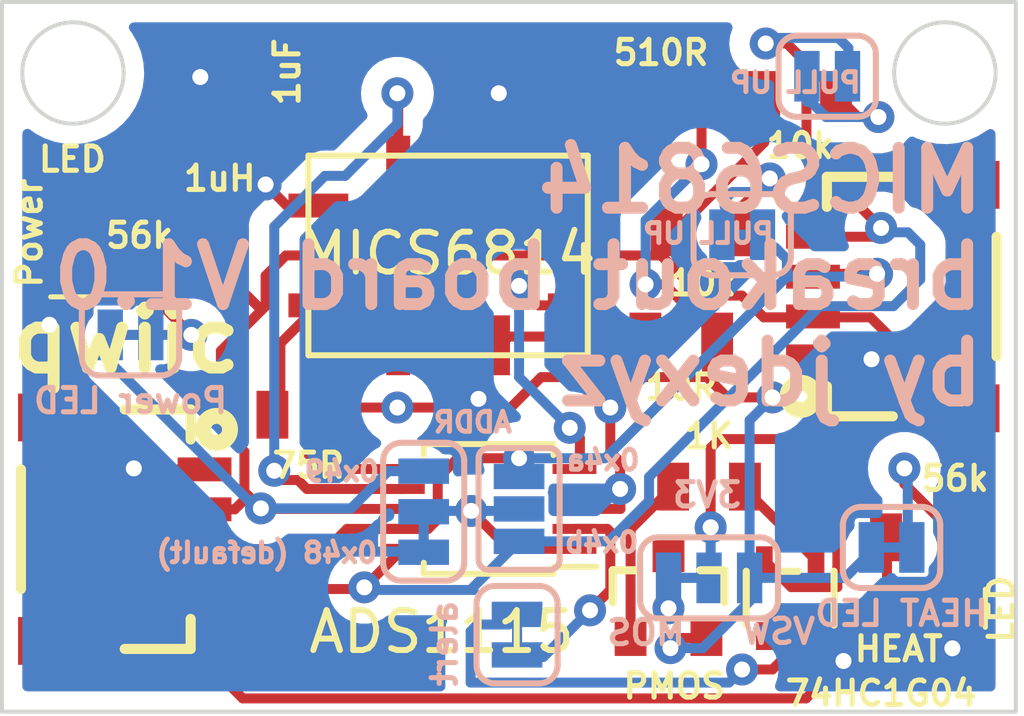
<source format=kicad_pcb>
(kicad_pcb (version 20211014) (generator pcbnew)
  (layers (0 "F.Cu" signal) (31 "B.Cu" signal) (34 "B.Paste" user) (35 "F.Paste" user) (36 "B.SilkS" user "B.Silkscreen") (37 "F.SilkS" user "F.Silkscreen") (38 "B.Mask" user) (39 "F.Mask" user) (44 "Edge.Cuts" user))
  (net 0 "")
  (net 1 "Net-(D1-PadA)")
  (net 2 "GND")
  (net 3 "+3V3")
  (net 4 "/SDA")
  (net 5 "/SCL")
  (net 6 "+VSW")
  (net 7 "Net-(R5-Pad1)")
  (net 8 "Net-(Q1-Pad1)")
  (net 9 "/ALERT")
  (net 10 "/NH3_R")
  (net 11 "/NO2_R")
  (net 12 "/CO_R")
  (net 13 "Net-(U2-Pad2)")
  (net 14 "Net-(Q1-Pad3)")
  (net 15 "Net-(IC1-PadC)")
  (net 16 "Net-(IC1-PadE)")
  (net 17 "Net-(IC1-PadK)")
  (net 18 "Net-(L1-Pad2)")
  (net 19 "Net-(R6-Pad1)")
  (net 20 "Net-(JP2-Pad1)")
  (net 21 "Net-(R6-Pad2)")
  (net 22 "/ADDR")
  (net 23 "Net-(JP7-Pad1)")
  (net 24 "Net-(JP8-Pad1)")
  (footprint "MICS-6814:MICS6814" (layer "F.Cu") (at 114.752 109.18 90)
    (fp_text reference "MICS6814" (at 2.55 -3.502) (layer "F.SilkS"))
    (fp_text value "MiCS-6814" hide)
    (fp_line (start 0 0) (end 0 -7) (layer "F.SilkS") (width 0.15))
    (fp_line (start 0 -7) (end 5 -7) (layer "F.SilkS") (width 0.15))
    (fp_line (start 5 0) (end 0 0) (layer "F.SilkS") (width 0.15))
    (fp_line (start 5 -7) (end 5 0) (layer "F.SilkS") (width 0.15))
    (pad "A" smd rect locked (at 0.25 -4.75 180) (size 0.6 1.5) (layers "F.Cu" "F.Paste" "F.Mask") (net 11 "/NO2_R"))
    (pad "B" smd rect locked (at 0.25 -3.5 180) (size 0.6 1.5) (layers "F.Cu" "F.Paste" "F.Mask") (net 2 "GND"))
    (pad "C" smd rect locked (at 0.25 -2.25 180) (size 0.6 1.5) (layers "F.Cu" "F.Paste" "F.Mask") (net 15 "Net-(IC1-PadC)"))
    (pad "D" smd rect locked (at 1.25 -0.25 90) (size 0.6 1.5) (layers "F.Cu" "F.Paste" "F.Mask") (net 10 "/NH3_R"))
    (pad "E" smd rect locked (at 4 -0.25 90) (size 0.6 1.5) (layers "F.Cu" "F.Paste" "F.Mask") (net 16 "Net-(IC1-PadE)"))
    (pad "F" smd rect locked (at 4.75 -2.25 180) (size 0.6 1.5) (layers "F.Cu" "F.Paste" "F.Mask") (net 2 "GND"))
    (pad "G" smd rect locked (at 4.75 -3.5 180) (size 0.6 1.5) (layers "F.Cu" "F.Paste" "F.Mask") (net 16 "Net-(IC1-PadE)"))
    (pad "H" smd rect locked (at 4.75 -4.75 180) (size 0.6 1.5) (layers "F.Cu" "F.Paste" "F.Mask") (net 12 "/CO_R"))
    (pad "J" smd rect locked (at 3.75 -6.75 90) (size 0.6 1.5) (layers "F.Cu" "F.Paste" "F.Mask") (net 2 "GND"))
    (pad "K" smd rect locked (at 1.25 -6.75 90) (size 0.6 1.5) (layers "F.Cu" "F.Paste" "F.Mask") (net 17 "Net-(IC1-PadK)"))
  )
  (footprint "Sparkfun-Resistors:0805" (layer "F.Cu") (at 123.12396 113.7412)
    (fp_text reference "R6" hide)
    (fp_text value "56k" (at 0.82804 -1.4732) (layer "F.SilkS") (effects (font (size 0.6096 0.6096) (thickness 0.127))))
    (pad "1" smd rect locked (at -0.89916 0) (size 0.79756 1.19888) (layers "F.Cu" "F.Paste" "F.Mask") (net 19 "Net-(R6-Pad1)"))
    (pad "2" smd rect locked (at 0.89916 0) (size 0.79756 1.19888) (layers "F.Cu" "F.Paste" "F.Mask") (net 21 "Net-(R6-Pad2)"))
  )
  (footprint "Sparkfun-Resistors:0805" (layer "F.Cu") (at 105.48 104.76 90)
    (fp_text reference "1uH" (at 0.01 0.05 180) (layer "F.SilkS") (effects (font (size 0.6096 0.6096) (thickness 0.127))))
    (fp_text value "INDUCTOR-0805-3.3UH" hide)
    (pad "1" smd rect locked (at -0.89916 0 90) (size 0.79756 1.19888) (layers "F.Cu" "F.Paste" "F.Mask") (net 3 "+3V3"))
    (pad "2" smd rect locked (at 0.89916 0 90) (size 0.79756 1.19888) (layers "F.Cu" "F.Paste" "F.Mask") (net 18 "Net-(L1-Pad2)"))
  )
  (footprint "Sparkfun-Resistors:0805" (layer "F.Cu") (at 103.55 106.13 -90)
    (fp_text reference "R1" hide)
    (fp_text value "56k" (at 0.05 0.03) (layer "F.SilkS") (effects (font (size 0.6096 0.6096) (thickness 0.127))))
    (pad "1" smd rect locked (at -0.89916 0 270) (size 0.79756 1.19888) (layers "F.Cu" "F.Paste" "F.Mask") (net 1 "Net-(D1-PadA)"))
    (pad "2" smd rect locked (at 0.89916 0 270) (size 0.79756 1.19888) (layers "F.Cu" "F.Paste" "F.Mask") (net 20 "Net-(JP2-Pad1)"))
  )
  (footprint "Sparkfun-Connectors:1X04_1MM_RA" (layer "F.Cu") (at 120.393715 107.71 90)
    (fp_text reference "J1" hide)
    (fp_text value "QWIIC_CONNECTORJS-1MM" hide)
    (fp_line (start 2.99974 0.34798) (end 2.99974 1.99898) (layer "F.SilkS") (width 0.254))
    (fp_line (start -2.99974 0.34798) (end -2.2479 0.34798) (layer "F.SilkS") (width 0.254))
    (fp_line (start -2.99974 1.99898) (end -2.99974 0.34798) (layer "F.SilkS") (width 0.254))
    (fp_line (start 2.2479 0.34798) (end 2.99974 0.34798) (layer "F.SilkS") (width 0.254))
    (fp_line (start -1.4986 4.59994) (end 1.4986 4.59994) (layer "F.SilkS") (width 0.254))
    (fp_circle (center -2.49936 -0.29972) (end -2.49936 -0.43942) (layer "F.SilkS") (width 0.39878) (fill none))
    (pad "1" smd rect locked (at -1.4986 0 90) (size 0.59944 1.34874) (layers "F.Cu" "F.Paste" "F.Mask") (net 2 "GND"))
    (pad "2" smd rect locked (at -0.49784 0 90) (size 0.59944 1.34874) (layers "F.Cu" "F.Paste" "F.Mask") (net 3 "+3V3"))
    (pad "3" smd rect locked (at 0.49784 0 90) (size 0.59944 1.34874) (layers "F.Cu" "F.Paste" "F.Mask") (net 4 "/SDA"))
    (pad "4" smd rect locked (at 1.4986 0 90) (size 0.59944 1.34874) (layers "F.Cu" "F.Paste" "F.Mask") (net 5 "/SCL"))
    (pad "NC1" smd rect locked (at 2.79908 3.67284 90) (size 1.19888 1.99898) (layers "F.Cu" "F.Paste" "F.Mask"))
    (pad "NC2" smd rect locked (at -2.79908 3.67284 90) (size 1.19888 1.99898) (layers "F.Cu" "F.Paste" "F.Mask"))
  )
  (footprint "Sparkfun-Resistors:0805" (layer "F.Cu") (at 107.75 110.67)
    (fp_text reference "R4" hide)
    (fp_text value "75R" (at 0 1.27) (layer "F.SilkS") (effects (font (size 0.6096 0.6096) (thickness 0.127))))
    (pad "1" smd rect locked (at -0.89916 0) (size 0.79756 1.19888) (layers "F.Cu" "F.Paste" "F.Mask") (net 17 "Net-(IC1-PadK)"))
    (pad "2" smd rect locked (at 0.89916 0) (size 0.79756 1.19888) (layers "F.Cu" "F.Paste" "F.Mask") (net 6 "+VSW"))
  )
  (footprint "Package_SO:TSSOP-10_3x3mm_P0.5mm" (layer "F.Cu") (at 112.268 113.03 180)
    (fp_text reference "U1" hide)
    (fp_text value "ADS1115" (at 1.178 -3.08) (layer "F.SilkS"))
    (fp_line (start -1.625 1.625) (end 1.625 1.625) (layer "F.SilkS") (width 0.15))
    (fp_line (start -1.625 -1.625) (end -1.625 -1.45) (layer "F.SilkS") (width 0.15))
    (fp_line (start -1.625 -1.45) (end -2.7 -1.45) (layer "F.SilkS") (width 0.15))
    (fp_line (start -1.625 -1.625) (end 1.625 -1.625) (layer "F.SilkS") (width 0.15))
    (fp_line (start 1.625 1.625) (end 1.625 1.35) (layer "F.SilkS") (width 0.15))
    (fp_line (start -1.625 1.625) (end -1.625 1.35) (layer "F.SilkS") (width 0.15))
    (fp_line (start 1.625 -1.625) (end 1.625 -1.35) (layer "F.SilkS") (width 0.15))
    (pad "1" smd rect (at -2.15 -1 180) (size 1.1 0.25) (layers "F.Cu" "F.Paste" "F.Mask") (net 22 "/ADDR"))
    (pad "2" smd rect (at -2.15 -0.5 180) (size 1.1 0.25) (layers "F.Cu" "F.Paste" "F.Mask") (net 9 "/ALERT"))
    (pad "3" smd rect (at -2.15 0 180) (size 1.1 0.25) (layers "F.Cu" "F.Paste" "F.Mask") (net 2 "GND"))
    (pad "4" smd rect (at -2.15 0.5 180) (size 1.1 0.25) (layers "F.Cu" "F.Paste" "F.Mask") (net 2 "GND"))
    (pad "5" smd rect (at -2.15 1 180) (size 1.1 0.25) (layers "F.Cu" "F.Paste" "F.Mask") (net 10 "/NH3_R"))
    (pad "6" smd rect (at 2.15 1 180) (size 1.1 0.25) (layers "F.Cu" "F.Paste" "F.Mask") (net 11 "/NO2_R"))
    (pad "7" smd rect (at 2.15 0.5 180) (size 1.1 0.25) (layers "F.Cu" "F.Paste" "F.Mask") (net 12 "/CO_R"))
    (pad "8" smd rect (at 2.15 0 180) (size 1.1 0.25) (layers "F.Cu" "F.Paste" "F.Mask") (net 3 "+3V3"))
    (pad "9" smd rect (at 2.15 -0.5 180) (size 1.1 0.25) (layers "F.Cu" "F.Paste" "F.Mask") (net 4 "/SDA"))
    (pad "10" smd rect (at 2.15 -1 180) (size 1.1 0.25) (layers "F.Cu" "F.Paste" "F.Mask") (net 5 "/SCL"))
  )
  (footprint "Sparkfun-Resistors:0805" (layer "F.Cu") (at 116.586 102.87 180)
    (fp_text reference "R2" hide)
    (fp_text value "510R" (at 0 1.27) (layer "F.SilkS") (effects (font (size 0.6096 0.6096) (thickness 0.127))))
    (pad "1" smd rect locked (at -0.89916 0 180) (size 0.79756 1.19888) (layers "F.Cu" "F.Paste" "F.Mask") (net 6 "+VSW"))
    (pad "2" smd rect locked (at 0.89916 0 180) (size 0.79756 1.19888) (layers "F.Cu" "F.Paste" "F.Mask") (net 16 "Net-(IC1-PadE)"))
  )
  (footprint "Sparkfun-LED:LED-0603" (layer "F.Cu") (at 123.12396 115.5192)
    (fp_text reference "D2" hide)
    (fp_text value "LED-RED1206" hide)
    (fp_line (start 1.5875 -0.47498) (end 1.5875 0.47498) (layer "F.SilkS") (width 0.127))
    (pad "A" smd rect locked (at -0.8763 0 270) (size 0.99822 0.99822) (layers "F.Cu" "F.Paste" "F.Mask") (net 19 "Net-(R6-Pad1)"))
    (pad "C" smd rect locked (at 0.8763 0 270) (size 0.99822 0.99822) (layers "F.Cu" "F.Paste" "F.Mask") (net 2 "GND"))
  )
  (footprint "Sparkfun-Resistors:0805" (layer "F.Cu") (at 117.094 108.712)
    (fp_text reference "R3" hide)
    (fp_text value "10R" (at 0 1.27) (layer "F.SilkS") (effects (font (size 0.6096 0.6096) (thickness 0.127))))
    (pad "1" smd rect locked (at -0.89916 0) (size 0.79756 1.19888) (layers "F.Cu" "F.Paste" "F.Mask") (net 15 "Net-(IC1-PadC)"))
    (pad "2" smd rect locked (at 0.89916 0) (size 0.79756 1.19888) (layers "F.Cu" "F.Paste" "F.Mask") (net 6 "+VSW"))
  )
  (footprint "Sparkfun-Silicon-Standard:SOT353" (layer "F.Cu") (at 119.82196 115.2652)
    (fp_text reference "U2" hide)
    (fp_text value "74HC1G04" (at 2.27804 2.3848 180) (layer "F.SilkS") (effects (font (size 0.6096 0.6096) (thickness 0.127))))
    (fp_line (start -1.09982 0.6731) (end -1.09982 -0.6731) (layer "F.SilkS") (width 0.1778))
    (fp_line (start 1.09982 -0.6731) (end 1.09982 0.6731) (layer "F.SilkS") (width 0.1778))
    (fp_line (start -0.19812 -0.6731) (end 0.19812 -0.6731) (layer "F.SilkS") (width 0.1778))
    (pad "1" smd rect locked (at -0.6477 0.94996) (size 0.4191 0.6985) (layers "F.Cu" "F.Paste" "F.Mask"))
    (pad "2" smd rect locked (at 0 0.94996) (size 0.4191 0.6985) (layers "F.Cu" "F.Paste" "F.Mask") (net 13 "Net-(U2-Pad2)"))
    (pad "3" smd rect locked (at 0.6477 0.94996) (size 0.4191 0.6985) (layers "F.Cu" "F.Paste" "F.Mask") (net 2 "GND"))
    (pad "4" smd rect locked (at 0.6477 -0.94996) (size 0.4191 0.6985) (layers "F.Cu" "F.Paste" "F.Mask") (net 7 "Net-(R5-Pad1)"))
    (pad "5" smd rect locked (at -0.6477 -0.94996) (size 0.4191 0.6985) (layers "F.Cu" "F.Paste" "F.Mask") (net 3 "+3V3"))
  )
  (footprint "Sparkfun-Resistors:0805" (layer "F.Cu") (at 120.07 102.66)
    (fp_text reference "R7" hide)
    (fp_text value "10k" (at 0 1.27) (layer "F.SilkS") (effects (font (size 0.6096 0.6096) (thickness 0.127))))
    (pad "1" smd rect locked (at -0.89916 0) (size 0.79756 1.19888) (layers "F.Cu" "F.Paste" "F.Mask") (net 3 "+3V3"))
    (pad "2" smd rect locked (at 0.89916 0) (size 0.79756 1.19888) (layers "F.Cu" "F.Paste" "F.Mask") (net 23 "Net-(JP7-Pad1)"))
  )
  (footprint "Sparkfun-LED:LED-0603" (layer "F.Cu") (at 101.772 106.13 -90)
    (fp_text reference "D1" hide)
    (fp_text value "Power" (at -0.01 1.012 -90) (layer "F.SilkS") (effects (font (size 0.6096 0.6096) (thickness 0.127))))
    (fp_line (start 1.5875 -0.47498) (end 1.5875 0.47498) (layer "F.SilkS") (width 0.127))
    (pad "A" smd rect locked (at -0.8763 0 180) (size 0.99822 0.99822) (layers "F.Cu" "F.Paste" "F.Mask") (net 1 "Net-(D1-PadA)"))
    (pad "C" smd rect locked (at 0.8763 0 180) (size 0.99822 0.99822) (layers "F.Cu" "F.Paste" "F.Mask") (net 2 "GND"))
  )
  (footprint "Sparkfun-Connectors:1X04_1MM_RA" (layer "F.Cu") (at 105.150285 113.538 -90)
    (fp_text reference "J2" hide)
    (fp_text value "QWIIC_CONNECTORJS-1MM" hide)
    (fp_line (start -1.4986 4.59994) (end 1.4986 4.59994) (layer "F.SilkS") (width 0.254))
    (fp_line (start 2.99974 0.34798) (end 2.99974 1.99898) (layer "F.SilkS") (width 0.254))
    (fp_line (start 2.2479 0.34798) (end 2.99974 0.34798) (layer "F.SilkS") (width 0.254))
    (fp_line (start -2.99974 1.99898) (end -2.99974 0.34798) (layer "F.SilkS") (width 0.254))
    (fp_line (start -2.99974 0.34798) (end -2.2479 0.34798) (layer "F.SilkS") (width 0.254))
    (fp_circle (center -2.49936 -0.29972) (end -2.49936 -0.43942) (layer "F.SilkS") (width 0.39878) (fill none))
    (pad "1" smd rect locked (at -1.4986 0 270) (size 0.59944 1.34874) (layers "F.Cu" "F.Paste" "F.Mask") (net 2 "GND"))
    (pad "2" smd rect locked (at -0.49784 0 270) (size 0.59944 1.34874) (layers "F.Cu" "F.Paste" "F.Mask") (net 3 "+3V3"))
    (pad "3" smd rect locked (at 0.49784 0 270) (size 0.59944 1.34874) (layers "F.Cu" "F.Paste" "F.Mask") (net 4 "/SDA"))
    (pad "4" smd rect locked (at 1.4986 0 270) (size 0.59944 1.34874) (layers "F.Cu" "F.Paste" "F.Mask") (net 5 "/SCL"))
    (pad "NC1" smd rect locked (at 2.79908 3.67284 270) (size 1.19888 1.99898) (layers "F.Cu" "F.Paste" "F.Mask"))
    (pad "NC2" smd rect locked (at -2.79908 3.67284 270) (size 1.19888 1.99898) (layers "F.Cu" "F.Paste" "F.Mask"))
  )
  (footprint "Sparkfun-Silicon-Standard:SOT23-3" (layer "F.Cu") (at 116.77396 115.2652)
    (fp_text reference "Q1" hide)
    (fp_text value "MOSFET_PCH-DMG2307L" hide)
    (fp_line (start 1.39954 -0.6985) (end 1.39954 0.09906) (layer "F.SilkS") (width 0.2032))
    (fp_line (start -0.79756 -0.6985) (end -1.39954 -0.6985) (layer "F.SilkS") (width 0.2032))
    (fp_line (start 0.79756 -0.6985) (end 1.39954 -0.6985) (layer "F.SilkS") (width 0.2032))
    (fp_line (start -1.39954 -0.6985) (end -1.39954 0.09906) (layer "F.SilkS") (width 0.2032))
    (pad "1" smd rect locked (at -0.94996 0.99822) (size 0.79756 0.89916) (layers "F.Cu" "F.Paste" "F.Mask") (net 8 "Net-(Q1-Pad1)"))
    (pad "2" smd rect locked (at 0.94996 0.99822) (size 0.79756 0.89916) (layers "F.Cu" "F.Paste" "F.Mask") (net 6 "+VSW"))
    (pad "3" smd rect locked (at 0 -1.09982) (size 0.79756 0.89916) (layers "F.Cu" "F.Paste" "F.Mask") (net 14 "Net-(Q1-Pad3)"))
  )
  (footprint "Sparkfun-Resistors:0805" (layer "F.Cu") (at 117.78996 112.4712 180)
    (fp_text reference "R5" hide)
    (fp_text value "1K" (at 0 1.27) (layer "F.SilkS") (effects (font (size 0.6096 0.6096) (thickness 0.127))))
    (pad "1" smd rect locked (at -0.89916 0 180) (size 0.79756 1.19888) (layers "F.Cu" "F.Paste" "F.Mask") (net 7 "Net-(R5-Pad1)"))
    (pad "2" smd rect locked (at 0.89916 0 180) (size 0.79756 1.19888) (layers "F.Cu" "F.Paste" "F.Mask") (net 8 "Net-(Q1-Pad1)"))
  )
  (footprint "Sparkfun-Resistors:0805" (layer "F.Cu") (at 107.15 102.17 180)
    (fp_text reference "1uF" (at -0.07 0.09 270) (layer "F.SilkS") (effects (font (size 0.6096 0.6096) (thickness 0.127))))
    (fp_text value "1.0UF-0805-25V-10%" hide)
    (pad "1" smd rect locked (at -0.89916 0 180) (size 0.79756 1.19888) (layers "F.Cu" "F.Paste" "F.Mask") (net 18 "Net-(L1-Pad2)"))
    (pad "2" smd rect locked (at 0.89916 0 180) (size 0.79756 1.19888) (layers "F.Cu" "F.Paste" "F.Mask") (net 2 "GND"))
  )
  (footprint "Sparkfun-Resistors:0805" (layer "F.Cu") (at 117.63 106.1)
    (fp_text reference "R8" hide)
    (fp_text value "10k" (at 0 1.27) (layer "F.SilkS") (effects (font (size 0.6096 0.6096) (thickness 0.127))))
    (pad "1" smd rect locked (at -0.89916 0) (size 0.79756 1.19888) (layers "F.Cu" "F.Paste" "F.Mask") (net 3 "+3V3"))
    (pad "2" smd rect locked (at 0.89916 0) (size 0.79756 1.19888) (layers "F.Cu" "F.Paste" "F.Mask") (net 24 "Net-(JP8-Pad1)"))
  )
  (footprint "Sparkfun-Jumpers:SMT-JUMPER_3_1-NC_TRACE_SILK" (layer "B.Cu") (at 110.64 113.1 -90)
    (fp_text reference "JP1" hide)
    (fp_text value "ADDR1" hide)
    (fp_line (start 0 0) (end 1.016 0) (layer "B.Cu") (width 0.254))
    (fp_line (start 1.7272 -0.5588) (end 1.7272 0.5588) (layer "B.SilkS") (width 0.1524))
    (fp_line (start -1.7272 -0.5588) (end -1.7272 0.5588) (layer "B.SilkS") (width 0.1524))
    (fp_line (start -1.27 1.016) (end 1.27 1.016) (layer "B.SilkS") (width 0.1524))
    (fp_line (start 1.27 -1.016) (end -1.27 -1.016) (layer "B.SilkS") (width 0.1524))
    (fp_arc (start 1.27 -1.016) (mid 1.593289 -0.882089) (end 1.7272 -0.5588) (layer "B.SilkS") (width 0.1524))
    (fp_arc (start -1.27 1.016) (mid -1.593289 0.882089) (end -1.7272 0.5588) (layer "B.SilkS") (width 0.1524))
    (fp_arc (start -1.7272 -0.5588) (mid -1.593289 -0.882089) (end -1.27 -1.016) (layer "B.SilkS") (width 0.1524))
    (fp_arc (start 1.7272 0.5588) (mid 1.593289 0.882089) (end 1.27 1.016) (layer "B.SilkS") (width 0.1524))
    (pad "1" smd rect locked (at -1.016 0 270) (size 0.635 1.27) (layers "B.Cu" "B.Mask") (net 3 "+3V3"))
    (pad "2" smd rect locked (at 0 0 270) (size 0.635 1.27) (layers "B.Cu" "B.Mask") (net 22 "/ADDR"))
    (pad "3" smd rect (at 1.016 0 270) (size 0.635 1.27) (layers "B.Cu" "B.Mask") (net 2 "GND"))
  )
  (footprint "Sparkfun-Jumpers:SMT-JUMPER_2_NC_TRACE_SILK" (layer "B.Cu") (at 118.62 106.16)
    (fp_text reference "JP8" hide)
    (fp_text value "PULL UP SCL" hide)
    (fp_line (start -0.508 0) (end 0.508 0) (layer "B.Cu") (width 0.254))
    (fp_line (start -0.762 1.016) (end 0.762 1.016) (layer "B.SilkS") (width 0.1524))
    (fp_line (start -1.2192 -0.5588) (end -1.2192 0.5588) (layer "B.SilkS") (width 0.1524))
    (fp_line (start 0.762 -1.016) (end -0.762 -1.016) (layer "B.SilkS") (width 0.1524))
    (fp_line (start 1.2192 -0.5588) (end 1.2192 0.5588) (layer "B.SilkS") (width 0.1524))
    (fp_arc (start 1.2192 0.5588) (mid 1.085289 0.882089) (end 0.762 1.016) (layer "B.SilkS") (width 0.1524))
    (fp_arc (start -0.762 1.016) (mid -1.085289 0.882089) (end -1.2192 0.5588) (layer "B.SilkS") (width 0.1524))
    (fp_arc (start -1.2192 -0.5588) (mid -1.085289 -0.882089) (end -0.762 -1.016) (layer "B.SilkS") (width 0.1524))
    (fp_arc (start 0.762 -1.016) (mid 1.085289 -0.882089) (end 1.2192 -0.5588) (layer "B.SilkS") (width 0.1524))
    (pad "1" smd rect locked (at -0.508 0) (size 0.635 1.27) (layers "B.Cu" "B.Mask") (net 24 "Net-(JP8-Pad1)"))
    (pad "2" smd rect locked (at 0.508 0) (size 0.635 1.27) (layers "B.Cu" "B.Mask") (net 4 "/SDA"))
  )
  (footprint "Sparkfun-Jumpers:SMT-JUMPER_3_NO_SILK" (layer "B.Cu") (at 113.03 113.03 90)
    (fp_text reference "JP3" hide)
    (fp_text value "ADDR2" hide)
    (fp_line (start -1.27 1.016) (end 1.27 1.016) (layer "B.SilkS") (width 0.1524))
    (fp_line (start 1.27 -1.016) (end -1.27 -1.016) (layer "B.SilkS") (width 0.1524))
    (fp_line (start 1.524 -0.762) (end 1.524 0.762) (layer "B.SilkS") (width 0.1524))
    (fp_line (start -1.524 -0.762) (end -1.524 0.762) (layer "B.SilkS") (width 0.1524))
    (fp_arc (start -1.524 -0.762) (mid -1.449605 -0.941605) (end -1.27 -1.016) (layer "B.SilkS") (width 0.1524))
    (fp_arc (start 1.524 0.762) (mid 1.449605 0.941605) (end 1.27 1.016) (layer "B.SilkS") (width 0.1524))
    (fp_arc (start 1.27 -1.016) (mid 1.449605 -0.941605) (end 1.524 -0.762) (layer "B.SilkS") (width 0.1524))
    (fp_arc (start -1.27 1.016) (mid -1.449605 0.941605) (end -1.524 0.762) (layer "B.SilkS") (width 0.1524))
    (pad "1" smd rect locked (at -0.8128 0 90) (size 0.635 1.27) (layers "B.Cu" "B.Mask") (net 5 "/SCL"))
    (pad "2" smd rect locked (at 0 0 90) (size 0.635 1.27) (layers "B.Cu" "B.Mask") (net 22 "/ADDR"))
    (pad "3" smd rect locked (at 0.8128 0 90) (size 0.635 1.27) (layers "B.Cu" "B.Mask") (net 4 "/SDA"))
  )
  (footprint "Sparkfun-Jumpers:SMT-JUMPER_2_NC_TRACE_SILK" (layer "B.Cu") (at 122.36196 113.9952 180)
    (fp_text reference "JP4" hide)
    (fp_text value "HEAT LED" (at -0.24804 -1.6548) (layer "B.SilkS") (effects (font (size 0.6096 0.6096) (thickness 0.127)) (justify mirror)))
    (fp_line (start -0.508 0) (end 0.508 0) (layer "B.Cu") (width 0.254))
    (fp_line (start 1.2192 -0.5588) (end 1.2192 0.5588) (layer "B.SilkS") (width 0.1524))
    (fp_line (start -0.762 1.016) (end 0.762 1.016) (layer "B.SilkS") (width 0.1524))
    (fp_line (start -1.2192 -0.5588) (end -1.2192 0.5588) (layer "B.SilkS") (width 0.1524))
    (fp_line (start 0.762 -1.016) (end -0.762 -1.016) (layer "B.SilkS") (width 0.1524))
    (fp_arc (start 0.762 -1.016) (mid 1.085289 -0.882089) (end 1.2192 -0.5588) (layer "B.SilkS") (width 0.1524))
    (fp_arc (start 1.2192 0.5588) (mid 1.085289 0.882089) (end 0.762 1.016) (layer "B.SilkS") (width 0.1524))
    (fp_arc (start -1.2192 -0.5588) (mid -1.085289 -0.882089) (end -0.762 -1.016) (layer "B.SilkS") (width 0.1524))
    (fp_arc (start -0.762 1.016) (mid -1.085289 0.882089) (end -1.2192 0.5588) (layer "B.SilkS") (width 0.1524))
    (pad "1" smd rect locked (at -0.508 0 180) (size 0.635 1.27) (layers "B.Cu" "B.Mask") (net 21 "Net-(R6-Pad2)"))
    (pad "2" smd rect locked (at 0.508 0 180) (size 0.635 1.27) (layers "B.Cu" "B.Mask") (net 6 "+VSW"))
  )
  (footprint "Sparkfun-Jumpers:SMT-JUMPER_2_NC_TRACE_SILK" (layer "B.Cu") (at 120.75 102.19)
    (fp_text reference "JP7" hide)
    (fp_text value "PULL UP SDA" hide)
    (fp_line (start -0.508 0) (end 0.508 0) (layer "B.Cu") (width 0.254))
    (fp_line (start 0.762 -1.016) (end -0.762 -1.016) (layer "B.SilkS") (width 0.1524))
    (fp_line (start 1.2192 -0.5588) (end 1.2192 0.5588) (layer "B.SilkS") (width 0.1524))
    (fp_line (start -0.762 1.016) (end 0.762 1.016) (layer "B.SilkS") (width 0.1524))
    (fp_line (start -1.2192 -0.5588) (end -1.2192 0.5588) (layer "B.SilkS") (width 0.1524))
    (fp_arc (start -1.2192 -0.5588) (mid -1.085289 -0.882089) (end -0.762 -1.016) (layer "B.SilkS") (width 0.1524))
    (fp_arc (start 0.762 -1.016) (mid 1.085289 -0.882089) (end 1.2192 -0.5588) (layer "B.SilkS") (width 0.1524))
    (fp_arc (start 1.2192 0.5588) (mid 1.085289 0.882089) (end 0.762 1.016) (layer "B.SilkS") (width 0.1524))
    (fp_arc (start -0.762 1.016) (mid -1.085289 0.882089) (end -1.2192 0.5588) (layer "B.SilkS") (width 0.1524))
    (pad "1" smd rect locked (at -0.508 0) (size 0.635 1.27) (layers "B.Cu" "B.Mask") (net 23 "Net-(JP7-Pad1)"))
    (pad "2" smd rect locked (at 0.508 0) (size 0.635 1.27) (layers "B.Cu" "B.Mask") (net 5 "/SCL"))
  )
  (footprint "Sparkfun-Jumpers:SMT-JUMPER_2_NC_TRACE_SILK" (layer "B.Cu") (at 112.98 116.18 -90)
    (fp_text reference "JP5" hide)
    (fp_text value "alert" (at 0.22 1.82 90) (layer "B.SilkS") (effects (font (size 0.6096 0.6096) (thickness 0.127)) (justify mirror)))
    (fp_line (start -0.508 0) (end 0.508 0) (layer "B.Cu") (width 0.254))
    (fp_line (start -0.762 1.016) (end 0.762 1.016) (layer "B.SilkS") (width 0.1524))
    (fp_line (start 1.2192 -0.5588) (end 1.2192 0.5588) (layer "B.SilkS") (width 0.1524))
    (fp_line (start -1.2192 -0.5588) (end -1.2192 0.5588) (layer "B.SilkS") (width 0.1524))
    (fp_line (start 0.762 -1.016) (end -0.762 -1.016) (layer "B.SilkS") (width 0.1524))
    (fp_arc (start 0.762 -1.016) (mid 1.085289 -0.882089) (end 1.2192 -0.5588) (layer "B.SilkS") (width 0.1524))
    (fp_arc (start -1.2192 -0.5588) (mid -1.085289 -0.882089) (end -0.762 -1.016) (layer "B.SilkS") (width 0.1524))
    (fp_arc (start 1.2192 0.5588) (mid 1.085289 0.882089) (end 0.762 1.016) (layer "B.SilkS") (width 0.1524))
    (fp_arc (start -0.762 1.016) (mid -1.085289 0.882089) (end -1.2192 0.5588) (layer "B.SilkS") (width 0.1524))
    (pad "1" smd rect locked (at -0.508 0 270) (size 0.635 1.27) (layers "B.Cu" "B.Mask") (net 13 "Net-(U2-Pad2)"))
    (pad "2" smd rect locked (at 0.508 0 270) (size 0.635 1.27) (layers "B.Cu" "B.Mask") (net 9 "/ALERT"))
  )
  (footprint "Sparkfun-Jumpers:SMT-JUMPER_3_1-NC_TRACE_SILK" (layer "B.Cu") (at 117.78996 114.7572 180)
    (fp_text reference "JP6" hide)
    (fp_text value "VSW" (at -1.74004 -1.3428) (layer "B.SilkS") (effects (font (size 0.6096 0.6096) (thickness 0.127)) (justify mirror)))
    (fp_line (start 0 0) (end 1.016 0) (layer "B.Cu") (width 0.254))
    (fp_line (start 1.7272 -0.5588) (end 1.7272 0.5588) (layer "B.SilkS") (width 0.1524))
    (fp_line (start -1.27 1.016) (end 1.27 1.016) (layer "B.SilkS") (width 0.1524))
    (fp_line (start -1.7272 -0.5588) (end -1.7272 0.5588) (layer "B.SilkS") (width 0.1524))
    (fp_line (start 1.27 -1.016) (end -1.27 -1.016) (layer "B.SilkS") (width 0.1524))
    (fp_arc (start 1.27 -1.016) (mid 1.593289 -0.882089) (end 1.7272 -0.5588) (layer "B.SilkS") (width 0.1524))
    (fp_arc (start 1.7272 0.5588) (mid 1.593289 0.882089) (end 1.27 1.016) (layer "B.SilkS") (width 0.1524))
    (fp_arc (start -1.27 1.016) (mid -1.593289 0.882089) (end -1.7272 0.5588) (layer "B.SilkS") (width 0.1524))
    (fp_arc (start -1.7272 -0.5588) (mid -1.593289 -0.882089) (end -1.27 -1.016) (layer "B.SilkS") (width 0.1524))
    (pad "1" smd rect locked (at -1.016 0 180) (size 0.635 1.27) (layers "B.Cu" "B.Mask") (net 6 "+VSW"))
    (pad "2" smd rect locked (at 0 0 180) (size 0.635 1.27) (layers "B.Cu" "B.Mask") (net 3 "+3V3"))
    (pad "3" smd rect locked (at 1.016 0 180) (size 0.635 1.27) (layers "B.Cu" "B.Mask") (net 14 "Net-(Q1-Pad3)"))
  )
  (footprint "Sparkfun-Jumpers:SMT-JUMPER_2_NC_TRACE_SILK" (layer "B.Cu") (at 103.296 108.67 180)
    (fp_text reference "JP2" hide)
    (fp_text value "Power LED" (at 0 -1.651) (layer "B.SilkS") (effects (font (size 0.6096 0.6096) (thickness 0.127)) (justify mirror)))
    (fp_line (start -0.508 0) (end 0.508 0) (layer "B.Cu") (width 0.254))
    (fp_line (start -1.2192 -0.5588) (end -1.2192 0.5588) (layer "B.SilkS") (width 0.1524))
    (fp_line (start 1.2192 -0.5588) (end 1.2192 0.5588) (layer "B.SilkS") (width 0.1524))
    (fp_line (start -0.762 1.016) (end 0.762 1.016) (layer "B.SilkS") (width 0.1524))
    (fp_line (start 0.762 -1.016) (end -0.762 -1.016) (layer "B.SilkS") (width 0.1524))
    (fp_arc (start 1.2192 0.5588) (mid 1.085289 0.882089) (end 0.762 1.016) (layer "B.SilkS") (width 0.1524))
    (fp_arc (start -0.762 1.016) (mid -1.085289 0.882089) (end -1.2192 0.5588) (layer "B.SilkS") (width 0.1524))
    (fp_arc (start -1.2192 -0.5588) (mid -1.085289 -0.882089) (end -0.762 -1.016) (layer "B.SilkS") (width 0.1524))
    (fp_arc (start 0.762 -1.016) (mid 1.085289 -0.882089) (end 1.2192 -0.5588) (layer "B.SilkS") (width 0.1524))
    (pad "1" smd rect locked (at -0.508 0 180) (size 0.635 1.27) (layers "B.Cu" "B.Mask") (net 20 "Net-(JP2-Pad1)"))
    (pad "2" smd rect locked (at 0.508 0 180) (size 0.635 1.27) (layers "B.Cu" "B.Mask") (net 3 "+3V3"))
  )
  (gr_rect (start 100.076 100.33) (end 125.476 118.11) (layer "Edge.Cuts") (width 0.1) (fill none))
  (gr_circle (center 101.854 102.108) (end 103.124 102.108) (layer "Edge.Cuts") (width 0.1) (fill none))
  (gr_circle (center 123.698 102.108) (end 124.968 102.108) (layer "Edge.Cuts") (width 0.1) (fill none))
  (gr_text "0x48 (default)" (at 106.71 114.13) (layer "B.SilkS") (effects (font (size 0.5 0.5) (thickness 0.125)) (justify mirror)))
  (gr_text "ADDR" (at 111.87 110.86) (layer "B.SilkS") (effects (font (size 0.5 0.5) (thickness 0.125)) (justify mirror)))
  (gr_text "0x49" (at 108.59 112.09) (layer "B.SilkS") (effects (font (size 0.5 0.5) (thickness 0.125)) (justify mirror)))
  (gr_text "3V3" (at 117.74 112.68) (layer "B.SilkS") (effects (font (size 0.6096 0.6096) (thickness 0.127)) (justify mirror)))
  (gr_text "0x4b" (at 115.1 113.87) (layer "B.SilkS") (effects (font (size 0.5 0.5) (thickness 0.125)) (justify mirror)))
  (gr_text "PULL UP" (at 117.77 106.13) (layer "B.SilkS") (effects (font (size 0.5 0.5) (thickness 0.125)) (justify mirror)))
  (gr_text "0x4a" (at 115.13 111.81) (layer "B.SilkS") (effects (font (size 0.5 0.5) (thickness 0.125)) (justify mirror)))
  (gr_text "MOS" (at 116.21 116.13) (layer "B.SilkS") (effects (font (size 0.6096 0.6096) (thickness 0.127)) (justify mirror)))
  (gr_text "MICS6814 \nbreakout board V1.0\nby jdexyz" (at 124.81 107.22) (layer "B.SilkS") (effects (font (size 1.5 1.5) (thickness 0.3)) (justify left mirror)))
  (gr_text "PULL UP" (at 119.95 102.35) (layer "B.SilkS") (effects (font (size 0.5 0.5) (thickness 0.125)) (justify mirror)))
  (gr_text "LED" (at 101.84 104.27) (layer "F.SilkS") (effects (font (size 0.6096 0.6096) (thickness 0.127))))
  (gr_text "HEAT" (at 122.54 116.54) (layer "F.SilkS") (effects (font (size 0.6096 0.6096) (thickness 0.127))))
  (gr_text "LED" (at 125.11 115.54 90) (layer "F.SilkS") (effects (font (size 0.6096 0.6096) (thickness 0.127))))
  (gr_text "qwiic" (at 103.19 108.81) (layer "F.SilkS") (effects (font (size 1.5 1.5) (thickness 0.3))))
  (gr_text "PMOS" (at 116.92 117.47) (layer "F.SilkS") (effects (font (size 0.6096 0.6096) (thickness 0.127))))
  (segment (start 103.52714 105.2537) (end 103.55 105.23084) (width 0.25) (layer "F.Cu") (net 1))
  (segment (start 101.772 105.2537) (end 103.52714 105.2537) (width 0.25) (layer "F.Cu") (net 1))
  (segment (start 115.562 111.849978) (end 115.562 112.53) (width 0.25) (layer "F.Cu") (net 2))
  (segment (start 120.53316 116.21516) (end 121.158 116.84) (width 0.25) (layer "F.Cu") (net 2))
  (segment (start 103.378 115.048) (end 106.107103 117.777103) (width 0.25) (layer "F.Cu") (net 2))
  (segment (start 105.150285 112.0394) (end 103.4034 112.0394) (width 0.25) (layer "F.Cu") (net 2))
  (segment (start 115.57 113.03) (end 114.418 113.03) (width 0.25) (layer "F.Cu") (net 2))
  (segment (start 101.772 107.0063) (end 101.6577 107.0063) (width 0.25) (layer "F.Cu") (net 2))
  (segment (start 106.107103 117.777103) (end 120.220897 117.777103) (width 0.25) (layer "F.Cu") (net 2))
  (segment (start 120.465115 109.28) (end 120.393715 109.2086) (width 0.25) (layer "F.Cu") (net 2))
  (segment (start 115.562 112.53) (end 115.57 112.522) (width 0.25) (layer "F.Cu") (net 2))
  (segment (start 121.86 109.28) (end 120.465115 109.28) (width 0.25) (layer "F.Cu") (net 2))
  (segment (start 124.00026 116.4209) (end 123.88596 116.5352) (width 0.25) (layer "F.Cu") (net 2))
  (segment (start 112.502 102.636) (end 112.522 102.616) (width 0.25) (layer "F.Cu") (net 2))
  (segment (start 111.252 109.5115) (end 112.014 110.2735) (width 0.25) (layer "F.Cu") (net 2))
  (segment (start 103.4034 112.0394) (end 103.378 112.014) (width 0.25) (layer "F.Cu") (net 2))
  (segment (start 120.46966 116.21516) (end 120.53316 116.21516) (width 0.25) (layer "F.Cu") (net 2))
  (segment (start 114.418 112.53) (end 115.562 112.53) (width 0.25) (layer "F.Cu") (net 2))
  (segment (start 103.378 112.014) (end 103.378 115.048) (width 0.25) (layer "F.Cu") (net 2))
  (segment (start 106.17642 102.21) (end 105.04358 102.21) (width 0.25) (layer "F.Cu") (net 2))
  (segment (start 124.00026 115.5192) (end 124.00026 116.4209) (width 0.25) (layer "F.Cu") (net 2))
  (segment (start 107.208 105.43) (end 106.68 104.902) (width 0.25) (layer "F.Cu") (net 2))
  (segment (start 115.316 111.603978) (end 115.562 111.849978) (width 0.25) (layer "F.Cu") (net 2))
  (segment (start 115.316 110.49) (end 115.316 111.603978) (width 0.25) (layer "F.Cu") (net 2))
  (segment (start 101.6577 107.0063) (end 101.264 107.4) (width 0.25) (layer "F.Cu") (net 2))
  (segment (start 111.252 108.93) (end 111.252 109.5115) (width 0.25) (layer "F.Cu") (net 2))
  (segment (start 123.88596 116.5352) (end 123.88596 116.5217) (width 0.25) (layer "F.Cu") (net 2))
  (segment (start 120.220897 117.777103) (end 121.158 116.84) (width 0.25) (layer "F.Cu") (net 2))
  (segment (start 101.264 107.4) (end 101.264 108.416) (width 0.25) (layer "F.Cu") (net 2))
  (segment (start 112.502 104.43) (end 112.502 102.636) (width 0.25) (layer "F.Cu") (net 2))
  (segment (start 108.002 105.43) (end 107.208 105.43) (width 0.25) (layer "F.Cu") (net 2))
  (segment (start 115.57 112.522) (end 115.57 113.03) (width 0.25) (layer "F.Cu") (net 2))
  (via (at 105.04358 102.21) (size 0.8) (drill 0.4) (layers "F.Cu" "B.Cu") (net 2))
  (via (at 121.86 109.28) (size 0.8) (drill 0.4) (layers "F.Cu" "B.Cu") (net 2))
  (via (at 115.316 110.49) (size 0.8) (drill 0.4) (layers "F.Cu" "B.Cu") (net 2))
  (via (at 106.68 104.902) (size 0.8) (drill 0.4) (layers "F.Cu" "B.Cu") (net 2))
  (via (at 115.562 112.53) (size 0.8) (drill 0.4) (layers "F.Cu" "B.Cu") (net 2))
  (via (at 103.378 112.014) (size 0.8) (drill 0.4) (layers "F.Cu" "B.Cu") (net 2))
  (via (at 101.264 108.416) (size 0.8) (drill 0.4) (layers "F.Cu" "B.Cu") (net 2))
  (via (at 123.88596 116.5217) (size 0.8) (drill 0.4) (layers "F.Cu" "B.Cu") (net 2))
  (via (at 121.158 116.84) (size 0.8) (drill 0.4) (layers "F.Cu" "B.Cu") (net 2))
  (via (at 112.014 110.2735) (size 0.8) (drill 0.4) (layers "F.Cu" "B.Cu") (net 2))
  (via (at 112.522 102.616) (size 0.8) (drill 0.4) (layers "F.Cu" "B.Cu") (net 2))
  (segment (start 108.27 114.1) (end 109.985455 114.1) (width 0.25) (layer "B.Cu") (net 2))
  (segment (start 107.77 114.6) (end 108.27 114.1) (width 0.25) (layer "B.Cu") (net 2))
  (segment (start 120.58 111.28) (end 118.05 111.28) (width 0.25) (layer "F.Cu") (net 3))
  (segment (start 122.584511 108.979897) (end 122.584511 110.225489) (width 0.25) (layer "F.Cu") (net 3))
  (segment (start 105.90784 113.04016) (end 105.150285 113.04016) (width 0.25) (layer "F.Cu") (net 3))
  (segment (start 119.17084 103.849774) (end 119.17084 102.66) (width 0.25) (layer "F.Cu") (net 3))
  (segment (start 105.48 106.95) (end 106.58 108.05) (width 0.25) (layer "F.Cu") (net 3))
  (segment (start 118.05 111.28) (end 117.83 111.5) (width 0.25) (layer "F.Cu") (net 3))
  (segment (start 117.83 111.5) (end 117.83 113.49) (width 0.25) (layer "F.Cu") (net 3))
  (segment (start 106.562541 113.016009) (end 106.149166 112.602634) (width 0.25) (layer "F.Cu") (net 3))
  (segment (start 105.970384 111.415169) (end 105.935169 111.415169) (width 0.25) (layer "F.Cu") (net 3))
  (segment (start 121.834614 108.23) (end 122.584511 108.979897) (width 0.25) (layer "F.Cu") (net 3))
  (segment (start 110.118 113.03) (end 106.576532 113.03) (width 0.25) (layer "F.Cu") (net 3))
  (segment (start 106.172 112.776) (end 105.90784 113.04016) (width 0.25) (layer "F.Cu") (net 3))
  (segment (start 106.58 108.05) (end 106.68 107.95) (width 0.25) (layer "F.Cu") (net 3))
  (segment (start 117.59184 107.68584) (end 118.614242 107.68584) (width 0.25) (layer "F.Cu") (net 3))
  (segment (start 105.56 109.07) (end 106.58 108.05) (width 0.25) (layer "F.Cu") (net 3))
  (segment (start 106.149166 111.593951) (end 105.970384 111.415169) (width 0.25) (layer "F.Cu") (net 3))
  (segment (start 106.149166 112.602634) (end 106.149166 111.593951) (width 0.25) (layer "F.Cu") (net 3))
  (segment (start 118.614242 107.68584) (end 119.158402 108.23) (width 0.25) (layer "F.Cu") (net 3))
  (segment (start 121.39475 112.09475) (end 120.58 111.28) (width 0.25) (layer "F.Cu") (net 3))
  (segment (start 119.848021 114.989001) (end 119.17426 114.31524) (width 0.25) (layer "F.Cu") (net 3))
  (segment (start 106.68 107.95) (end 106.68 107.188) (width 0.25) (layer "F.Cu") (net 3))
  (segment (start 106.322532 112.776) (end 106.562541 113.016009) (width 0.25) (layer "F.Cu") (net 3))
  (segment (start 116.73084 106.1) (end 116.920614 106.1) (width 0.25) (layer "F.Cu") (net 3))
  (segment (start 106.576532 113.03) (end 106.562541 113.016009) (width 0.25) (layer "F.Cu") (net 3))
  (segment (start 106.172 112.776) (end 106.322532 112.776) (width 0.25) (layer "F.Cu") (net 3))
  (segment (start 122.584511 110.225489) (end 121.39475 111.41525) (width 0.25) (layer "F.Cu") (net 3))
  (segment (start 106.68 107.188) (end 107.188 106.68) (width 0.25) (layer "F.Cu") (net 3))
  (segment (start 116.586 106.68) (end 117.59184 107.68584) (width 0.25) (layer "F.Cu") (net 3))
  (segment (start 121.39475 111.41525) (end 121.39475 112.09475) (width 0.25) (layer "F.Cu") (net 3))
  (segment (start 107.188 106.68) (end 116.586 106.68) (width 0.25) (layer "F.Cu") (net 3))
  (segment (start 105.48 105.65916) (end 105.48 106.95) (width 0.25) (layer "F.Cu") (net 3))
  (segment (start 105.56 111.04) (end 105.56 109.07) (width 0.25) (layer "F.Cu") (net 3))
  (segment (start 119.158402 108.23) (end 121.834614 108.23) (width 0.25) (layer "F.Cu") (net 3))
  (segment (start 121.39475 112.09475) (end 121.003721 112.485779) (width 0.25) (layer "F.Cu") (net 3))
  (segment (start 105.935169 111.415169) (end 105.56 111.04) (width 0.25) (layer "F.Cu") (net 3))
  (segment (start 121.003721 114.989001) (end 119.848021 114.989001) (width 0.25) (layer "F.Cu") (net 3))
  (segment (start 116.920614 106.1) (end 119.17084 103.849774) (width 0.25) (layer "F.Cu") (net 3))
  (segment (start 121.003721 112.485779) (end 121.003721 114.989001) (width 0.25) (layer "F.Cu") (net 3))
  (via (at 106.562541 113.016009) (size 0.8) (drill 0.4) (layers "F.Cu" "B.Cu") (net 3))
  (via (at 117.83 113.49) (size 0.8) (drill 0.4) (layers "F.Cu" "B.Cu") (net 3))
  (segment (start 106.562541 113.016009) (end 106.426009 113.016009) (width 0.25) (layer "B.Cu") (net 3))
  (segment (start 117.83 113.49) (end 117.83 114.158695) (width 0.25) (layer "B.Cu") (net 3))
  (segment (start 108.822991 113.016009) (end 106.562541 113.016009) (width 0.25) (layer "B.Cu") (net 3))
  (segment (start 109.755 112.084) (end 108.822991 113.016009) (width 0.25) (layer "B.Cu") (net 3))
  (segment (start 110.64 112.084) (end 109.755 112.084) (width 0.25) (layer "B.Cu") (net 3))
  (segment (start 102.79 109.36) (end 102.79 109.310545) (width 0.25) (layer "B.Cu") (net 3))
  (segment (start 106.446009 113.016009) (end 102.79 109.36) (width 0.25) (layer "B.Cu") (net 3))
  (segment (start 106.562541 113.016009) (end 106.446009 113.016009) (width 0.25) (layer "B.Cu") (net 3))
  (segment (start 120.465875 107.14) (end 120.393715 107.21216) (width 0.25) (layer "F.Cu") (net 4))
  (segment (start 108.21416 114.03584) (end 108.72 113.53) (width 0.25) (layer "F.Cu") (net 4))
  (segment (start 110.992511 112.257489) (end 111.49 111.76) (width 0.25) (layer "F.Cu") (net 4))
  (segment (start 110.992511 113.289489) (end 110.992511 112.257489) (width 0.25) (layer "F.Cu") (net 4))
  (segment (start 110.752 113.53) (end 110.992511 113.289489) (width 0.25) (layer "F.Cu") (net 4))
  (segment (start 111.49 111.76) (end 113.03 111.76) (width 0.25) (layer "F.Cu") (net 4))
  (segment (start 122 107.14) (end 120.465875 107.14) (width 0.25) (layer "F.Cu") (net 4))
  (segment (start 110.118 113.53) (end 110.752 113.53) (width 0.25) (layer "F.Cu") (net 4))
  (segment (start 108.72 113.53) (end 110.118 113.53) (width 0.25) (layer "F.Cu") (net 4))
  (segment (start 105.150285 114.03584) (end 108.21416 114.03584) (width 0.25) (layer "F.Cu") (net 4))
  (via (at 122 107.14) (size 0.8) (drill 0.4) (layers "F.Cu" "B.Cu") (net 4))
  (via (at 113.03 111.76) (size 0.8) (drill 0.4) (layers "F.Cu" "B.Cu") (net 4))
  (segment (start 113.03 111.76) (end 113.03 112.2172) (width 0.25) (layer "B.Cu") (net 4))
  (segment (start 121.93 107.21) (end 122 107.14) (width 0.25) (layer "B.Cu") (net 4))
  (segment (start 119.739 107.21) (end 115.189 111.76) (width 0.25) (layer "B.Cu") (net 4))
  (segment (start 119.739 106.771) (end 119.447272 106.479272) (width 0.25) (layer "B.Cu") (net 4))
  (segment (start 115.189 111.76) (end 113.03 111.76) (width 0.25) (layer "B.Cu") (net 4))
  (segment (start 119.739 107.21) (end 121.93 107.21) (width 0.25) (layer "B.Cu") (net 4))
  (segment (start 119.739 107.21) (end 119.739 106.771) (width 0.25) (layer "B.Cu") (net 4))
  (segment (start 109.1114 115.0366) (end 109.153 114.995) (width 0.25) (layer "F.Cu") (net 5))
  (segment (start 120.393715 106.2114) (end 121.879144 106.2114) (width 0.25) (layer "F.Cu") (net 5))
  (segment (start 120.23 101.86) (end 119.96 101.59) (width 0.25) (layer "F.Cu") (net 5))
  (segment (start 120.23 104.121356) (end 120.23 101.86) (width 0.25) (layer "F.Cu") (net 5))
  (segment (start 119.74 101.37) (end 119.21 101.37) (width 0.25) (layer "F.Cu") (net 5))
  (segment (start 109.153 114.995) (end 110.118 114.03) (width 0.25) (layer "F.Cu") (net 5))
  (segment (start 119.96 101.59) (end 119.74 101.37) (width 0.25) (layer "F.Cu") (net 5))
  (segment (start 121.879144 106.2114) (end 122.099594 105.99095) (width 0.25) (layer "F.Cu") (net 5))
  (segment (start 105.150285 115.0366) (end 109.1114 115.0366) (width 0.25) (layer "F.Cu") (net 5))
  (segment (start 122.099594 105.99095) (end 120.23 104.121356) (width 0.25) (layer "F.Cu") (net 5))
  (via (at 119.21 101.37) (size 0.8) (drill 0.4) (layers "F.Cu" "B.Cu") (net 5))
  (via (at 109.153 114.995) (size 0.8) (drill 0.4) (layers "F.Cu" "B.Cu") (net 5))
  (via (at 122.099594 105.99095) (size 0.8) (drill 0.4) (layers "F.Cu" "B.Cu") (net 5))
  (segment (start 122.77 106.1) (end 122.07 106.1) (width 0.25) (layer "B.Cu") (net 5))
  (segment (start 111.8778 114.995) (end 111.8778 115.0478) (width 0.25) (layer "B.Cu") (net 5))
  (segment (start 113.03 113.8428) (end 111.8778 114.995) (width 0.25) (layer "B.Cu") (net 5))
  (segment (start 115.273814 113.8428) (end 116.286511 112.830103) (width 0.25) (layer "B.Cu") (net 5))
  (segment (start 123.08 107.28) (end 123.08 106.41) (width 0.25) (layer "B.Cu") (net 5))
  (segment (start 120.566408 107.95) (end 122.41 107.95) (width 0.25) (layer "B.Cu") (net 5))
  (segment (start 109.218 115.06) (end 109.153 114.995) (width 0.25) (layer "B.Cu") (net 5))
  (segment (start 123.08 106.41) (end 122.77 106.1) (width 0.25) (layer "B.Cu") (net 5))
  (segment (start 116.286511 112.830103) (end 116.286511 112.229897) (width 0.25) (layer "B.Cu") (net 5))
  (segment (start 121.030489 101.230489) (end 121.28 101.48) (width 0.25) (layer "B.Cu") (net 5))
  (segment (start 113.03 113.8428) (end 115.273814 113.8428) (width 0.25) (layer "B.Cu") (net 5))
  (segment (start 119.21 101.37) (end 119.349511 101.230489) (width 0.25) (layer "B.Cu") (net 5))
  (segment (start 111.8778 115.0478) (end 111.89 115.06) (width 0.25) (layer "B.Cu") (net 5))
  (segment (start 121.28 101.48) (end 121.28 101.573455) (width 0.25) (layer "B.Cu") (net 5))
  (segment (start 122.41 107.95) (end 123.08 107.28) (width 0.25) (layer "B.Cu") (net 5))
  (segment (start 116.286511 112.229897) (end 120.566408 107.95) (width 0.25) (layer "B.Cu") (net 5))
  (segment (start 122.07 106.1) (end 122.07 106.020544) (width 0.25) (layer "B.Cu") (net 5))
  (segment (start 119.349511 101.230489) (end 121.030489 101.230489) (width 0.25) (layer "B.Cu") (net 5))
  (segment (start 111.89 115.06) (end 109.218 115.06) (width 0.25) (layer "B.Cu") (net 5))
  (segment (start 122.07 106.020544) (end 122.099594 105.99095) (width 0.25) (layer "B.Cu") (net 5))
  (segment (start 117.53336 108.13536) (end 117.73916 108.34116) (width 0.25) (layer "F.Cu") (net 6))
  (segment (start 116.674782 107.4045) (end 117.405642 108.13536) (width 0.25) (layer "F.Cu") (net 6))
  (segment (start 119.38 110.236) (end 118.24716 110.236) (width 0.25) (layer "F.Cu") (net 6))
  (segment (start 117.72392 116.26342) (end 117.72392 116.34724) (width 0.25) (layer "F.Cu") (net 6))
  (segment (start 118.24716 110.236) (end 117.73916 109.728) (width 0.25) (layer "F.Cu") (net 6))
  (segment (start 111.713897 110.998011) (end 112.314103 110.998011) (width 0.25) (layer "F.Cu") (net 6))
  (segment (start 112.314103 110.998011) (end 113.584114 109.728) (width 0.25) (layer "F.Cu") (net 6))
  (segment (start 116.200701 107.4045) (end 116.674782 107.4045) (width 0.25) (layer "F.Cu") (net 6))
  (segment (start 109.982 110.49) (end 111.289489 110.49) (width 0.25) (layer "F.Cu") (net 6))
  (segment (start 116.822421 116.517527) (end 117.076528 116.26342) (width 0.25) (layer "F.Cu") (net 6))
  (segment (start 117.73916 108.34116) (end 117.73916 109.728) (width 0.25) (layer "F.Cu") (net 6))
  (segment (start 111.289489 110.573603) (end 111.713897 110.998011) (width 0.25) (layer "F.Cu") (net 6))
  (segment (start 108.84916 110.49) (end 109.982 110.49) (width 0.25) (layer "F.Cu") (net 6))
  (segment (start 111.289489 110.49) (end 111.289489 110.573603) (width 0.25) (layer "F.Cu") (net 6))
  (segment (start 117.602 104.394) (end 117.602 102.98684) (width 0.25) (layer "F.Cu") (net 6))
  (segment (start 117.405642 108.13536) (end 117.53336 108.13536) (width 0.25) (layer "F.Cu") (net 6))
  (segment (start 117.076528 116.26342) (end 117.72392 116.26342) (width 0.25) (layer "F.Cu") (net 6))
  (segment (start 117.602 102.98684) (end 117.48516 102.87) (width 0.25) (layer "F.Cu") (net 6))
  (segment (start 117.72392 116.34724) (end 117.53596 116.5352) (width 0.25) (layer "F.Cu") (net 6))
  (segment (start 113.584114 109.728) (end 117.73916 109.728) (width 0.25) (layer "F.Cu") (net 6))
  (via (at 117.602 104.394) (size 0.8) (drill 0.4) (layers "F.Cu" "B.Cu") (net 6))
  (via (at 109.982 110.49) (size 0.8) (drill 0.4) (layers "F.Cu" "B.Cu") (net 6))
  (via (at 116.822421 116.517527) (size 0.8) (drill 0.4) (layers "F.Cu" "B.Cu") (net 6))
  (via (at 116.200701 107.4045) (size 0.8) (drill 0.4) (layers "F.Cu" "B.Cu") (net 6))
  (via (at 119.38 110.236) (size 0.8) (drill 0.4) (layers "F.Cu" "B.Cu") (net 6))
  (segment (start 116.200701 107.4045) (end 116.200701 105.795299) (width 0.25) (layer "B.Cu") (net 6))
  (segment (start 117.631155 116.517527) (end 118.80596 115.342722) (width 0.25) (layer "B.Cu") (net 6))
  (segment (start 118.80596 115.342722) (end 118.80596 114.7572) (width 0.25) (layer "B.Cu") (net 6))
  (segment (start 116.822421 116.517527) (end 117.631155 116.517527) (width 0.25) (layer "B.Cu") (net 6))
  (segment (start 118.80596 110.81004) (end 119.38 110.236) (width 0.25) (layer "B.Cu") (net 6))
  (segment (start 116.200701 105.795299) (end 117.602 104.394) (width 0.25) (layer "B.Cu") (net 6))
  (segment (start 118.80596 114.7572) (end 118.80596 110.81004) (width 0.25) (layer "B.Cu") (net 6))
  (segment (start 118.80596 114.7572) (end 121.19356 114.7572) (width 0.25) (layer "B.Cu") (net 6))
  (segment (start 121.19356 114.7572) (end 121.95556 113.9952) (width 0.25) (layer "B.Cu") (net 6))
  (segment (start 118.68912 112.4712) (end 118.68912 112.5347) (width 0.25) (layer "F.Cu") (net 7))
  (segment (start 118.68912 112.5347) (end 120.46966 114.31524) (width 0.25) (layer "F.Cu") (net 7))
  (segment (start 115.824 113.538) (end 115.824 116.26342) (width 0.25) (layer "F.Cu") (net 8))
  (segment (start 116.8908 112.4712) (end 115.824 113.538) (width 0.25) (layer "F.Cu") (net 8))
  (segment (start 115.242022 113.53) (end 115.316 113.603978) (width 0.25) (layer "F.Cu") (net 9))
  (segment (start 115.316 113.603978) (end 115.316 115.062) (width 0.25) (layer "F.Cu") (net 9))
  (segment (start 114.808 115.57) (end 115.316 115.062) (width 0.25) (layer "F.Cu") (net 9))
  (segment (start 114.418 113.53) (end 115.242022 113.53) (width 0.25) (layer "F.Cu") (net 9))
  (via (at 114.808 115.57) (size 0.8) (drill 0.4) (layers "F.Cu" "B.Cu") (net 9))
  (segment (start 112.776 116.7384) (end 113.6396 116.7384) (width 0.25) (layer "B.Cu") (net 9))
  (segment (start 113.6396 116.7384) (end 114.808 115.57) (width 0.25) (layer "B.Cu") (net 9))
  (segment (start 112.8776 116.84) (end 112.776 116.7384) (width 0.25) (layer "B.Cu") (net 9))
  (segment (start 114.554 111.252) (end 114.554 112.014) (width 0.25) (layer "F.Cu") (net 10))
  (segment (start 114.502 107.93) (end 113.518 107.93) (width 0.25) (layer "F.Cu") (net 10))
  (segment (start 114.554 112.014) (end 114.538 112.03) (width 0.25) (layer "F.Cu") (net 10))
  (segment (start 114.3 110.998) (end 114.554 111.252) (width 0.25) (layer "F.Cu") (net 10))
  (segment (start 113.518 107.93) (end 113.03 107.442) (width 0.25) (layer "F.Cu") (net 10))
  (segment (start 114.538 112.03) (end 114.418 112.03) (width 0.25) (layer "F.Cu") (net 10))
  (via (at 113.03 107.442) (size 0.8) (drill 0.4) (layers "F.Cu" "B.Cu") (net 10))
  (via (at 114.3 110.998) (size 0.8) (drill 0.4) (layers "F.Cu" "B.Cu") (net 10))
  (segment (start 113.03 109.728) (end 114.3 110.998) (width 0.25) (layer "B.Cu") (net 10))
  (segment (start 113.03 107.442) (end 113.03 109.728) (width 0.25) (layer "B.Cu") (net 10))
  (segment (start 108.12 112.03) (end 107.76 111.67) (width 0.25) (layer "F.Cu") (net 11))
  (segment (start 107.76 111.67) (end 107.76 109.791) (width 0.25) (layer "F.Cu") (net 11))
  (segment (start 110.118 112.03) (end 108.12 112.03) (width 0.25) (layer "F.Cu") (net 11))
  (segment (start 108.621 108.93) (end 110.002 108.93) (width 0.25) (layer "F.Cu") (net 11))
  (segment (start 107.76 109.791) (end 108.621 108.93) (width 0.25) (layer "F.Cu") (net 11))
  (segment (start 110.002 104.43) (end 110.002 102.636) (width 0.25) (layer "F.Cu") (net 12))
  (segment (start 110.002 102.636) (end 109.982 102.616) (width 0.25) (layer "F.Cu") (net 12))
  (segment (start 107.488103 112.305489) (end 107.712614 112.53) (width 0.25) (layer "F.Cu") (net 12))
  (segment (start 107.712614 112.53) (end 110.118 112.53) (width 0.25) (layer "F.Cu") (net 12))
  (segment (start 107.12804 112.305489) (end 107.488103 112.305489) (width 0.25) (layer "F.Cu") (net 12))
  (segment (start 106.8965 112.073949) (end 107.12804 112.305489) (width 0.25) (layer "F.Cu") (net 12))
  (via (at 109.982 102.616) (size 0.8) (drill 0.4) (layers "F.Cu" "B.Cu") (net 12))
  (via (at 106.8965 112.073949) (size 0.8) (drill 0.4) (layers "F.Cu" "B.Cu") (net 12))
  (segment (start 106.8965 112.073949) (end 106.8965 105.9555) (width 0.25) (layer "B.Cu") (net 12))
  (segment (start 109.982 103.378) (end 109.982 102.616) (width 0.25) (layer "B.Cu") (net 12))
  (segment (start 106.8965 105.9555) (end 108.165529 104.686471) (width 0.25) (layer "B.Cu") (net 12))
  (segment (start 108.673529 104.686471) (end 109.982 103.378) (width 0.25) (layer "B.Cu") (net 12))
  (segment (start 108.165529 104.686471) (end 108.673529 104.686471) (width 0.25) (layer "B.Cu") (net 12))
  (segment (start 119.708321 116.257679) (end 119.708321 116.332) (width 0.25) (layer "F.Cu") (net 13))
  (segment (start 119.377408 117.052592) (end 118.616744 117.052592) (width 0.25) (layer "F.Cu") (net 13))
  (segment (start 119.55 116.88) (end 119.377408 117.052592) (width 0.25) (layer "F.Cu") (net 13))
  (segment (start 119.75084 116.21516) (end 119.708321 116.257679) (width 0.25) (layer "F.Cu") (net 13))
  (segment (start 119.82196 116.21516) (end 119.75084 116.21516) (width 0.25) (layer "F.Cu") (net 13))
  (segment (start 119.708321 116.328799) (end 119.708321 116.721679) (width 0.25) (layer "F.Cu") (net 13))
  (segment (start 119.708321 116.721679) (end 119.55 116.88) (width 0.25) (layer "F.Cu") (net 13))
  (segment (start 119.82196 116.21516) (end 119.708321 116.328799) (width 0.25) (layer "F.Cu") (net 13))
  (via (at 118.616744 117.052592) (size 0.8) (drill 0.4) (layers "F.Cu" "B.Cu") (net 13))
  (segment (start 118.616744 117.052592) (end 118.288925 117.380411) (width 0.25) (layer "B.Cu") (net 13))
  (segment (start 111.987278 115.9256) (end 112.776 115.9256) (width 0.25) (layer "B.Cu") (net 13))
  (segment (start 111.816489 117.380411) (end 111.816489 116.096389) (width 0.25) (layer "B.Cu") (net 13))
  (segment (start 118.288925 117.380411) (end 111.816489 117.380411) (width 0.25) (layer "B.Cu") (net 13))
  (segment (start 111.816489 116.096389) (end 111.987278 115.9256) (width 0.25) (layer "B.Cu") (net 13))
  (segment (start 116.77396 114.41938) (end 116.77396 115.5192) (width 0.25) (layer "F.Cu") (net 14))
  (via (at 116.77396 115.5192) (size 0.8) (drill 0.4) (layers "F.Cu" "B.Cu") (net 14))
  (segment (start 116.77396 115.5192) (end 116.77396 115.395745) (width 0.25) (layer "B.Cu") (net 14))
  (segment (start 112.776 108.712) (end 116.19484 108.712) (width 0.25) (layer "F.Cu") (net 15))
  (segment (start 112.502 108.93) (end 112.558 108.93) (width 0.25) (layer "F.Cu") (net 15))
  (segment (start 112.558 108.93) (end 112.776 108.712) (width 0.25) (layer "F.Cu") (net 15))
  (segment (start 114.502 105.18) (end 114.502 104.07516) (width 0.25) (layer "F.Cu") (net 16))
  (segment (start 113.764 105.918) (end 114.502 105.18) (width 0.25) (layer "F.Cu") (net 16))
  (segment (start 114.502 104.07516) (end 115.57 103.00716) (width 0.25) (layer "F.Cu") (net 16))
  (segment (start 111.252 104.43) (end 111.252 105.41) (width 0.25) (layer "F.Cu") (net 16))
  (segment (start 111.252 105.41) (end 111.76 105.918) (width 0.25) (layer "F.Cu") (net 16))
  (segment (start 111.76 105.918) (end 113.764 105.918) (width 0.25) (layer "F.Cu") (net 16))
  (segment (start 107.05084 108.88116) (end 108.002 107.93) (width 0.25) (layer "F.Cu") (net 17))
  (segment (start 107.05084 110.49) (end 107.05084 108.88116) (width 0.25) (layer "F.Cu") (net 17))
  (segment (start 108.04916 102.81084) (end 108.04916 102.17) (width 0.25) (layer "F.Cu") (net 18))
  (segment (start 105.48 103.86084) (end 106.99916 103.86084) (width 0.25) (layer "F.Cu") (net 18))
  (segment (start 106.99916 103.86084) (end 108.04916 102.81084) (width 0.25) (layer "F.Cu") (net 18))
  (segment (start 122.24766 113.76406) (end 122.2248 113.7412) (width 0.25) (layer "F.Cu") (net 19))
  (segment (start 122.24766 115.5192) (end 122.24766 113.76406) (width 0.25) (layer "F.Cu") (net 19))
  (segment (start 103.55 107.4) (end 104.82 108.67) (width 0.25) (layer "F.Cu") (net 20))
  (segment (start 103.55 107.02916) (end 103.55 107.4) (width 0.25) (layer "F.Cu") (net 20))
  (via (at 104.82 108.67) (size 0.8) (drill 0.4) (layers "F.Cu" "B.Cu") (net 20))
  (segment (start 104.82 108.67) (end 103.7024 108.67) (width 0.25) (layer "B.Cu") (net 20))
  (segment (start 122.682 112.014) (end 122.682 112.40008) (width 0.25) (layer "F.Cu") (net 21))
  (segment (start 122.682 112.40008) (end 124.02312 113.7412) (width 0.25) (layer "F.Cu") (net 21))
  (via (at 122.682 112.014) (size 0.8) (drill 0.4) (layers "F.Cu" "B.Cu") (net 21))
  (segment (start 122.76836 112.10036) (end 122.682 112.014) (width 0.25) (layer "B.Cu") (net 21))
  (segment (start 122.76836 113.9952) (end 122.76836 112.10036) (width 0.25) (layer "B.Cu") (net 21))
  (segment (start 111.83 113.08) (end 112.78 114.03) (width 0.25) (layer "F.Cu") (net 22))
  (segment (start 112.78 114.03) (end 114.418 114.03) (width 0.25) (layer "F.Cu") (net 22))
  (via (at 111.83 113.08) (size 0.8) (drill 0.4) (layers "F.Cu" "B.Cu") (net 22))
  (segment (start 111.83 113.08) (end 111.258545 113.08) (width 0.25) (layer "B.Cu") (net 22))
  (segment (start 111.83 113.08) (end 112.98 113.08) (width 0.25) (layer "B.Cu") (net 22))
  (segment (start 112.98 113.08) (end 113.03 113.03) (width 0.25) (layer "B.Cu") (net 22))
  (segment (start 122.032942 103.212492) (end 121.521652 103.212492) (width 0.25) (layer "F.Cu") (net 23))
  (segment (start 121.521652 103.212492) (end 120.96916 102.66) (width 0.25) (layer "F.Cu") (net 23))
  (via (at 122.032942 103.212492) (size 0.8) (drill 0.4) (layers "F.Cu" "B.Cu") (net 23))
  (segment (start 120.722492 103.212492) (end 120.34 102.83) (width 0.25) (layer "B.Cu") (net 23))
  (segment (start 120.34 102.83) (end 120.243455 102.83) (width 0.25) (layer "B.Cu") (net 23))
  (segment (start 122.032942 103.212492) (end 120.722492 103.212492) (width 0.25) (layer "B.Cu") (net 23))
  (segment (start 118.52916 105.53084) (end 119.31 104.75) (width 0.25) (layer "F.Cu") (net 24))
  (segment (start 118.52916 106.1) (end 118.52916 105.53084) (width 0.25) (layer "F.Cu") (net 24))
  (via (at 119.31 104.75) (size 0.8) (drill 0.4) (layers "F.Cu" "B.Cu") (net 24))
  (segment (start 119.31 104.75) (end 118.97 105.09) (width 0.25) (layer "B.Cu") (net 24))
  (segment (start 118.37 105.09) (end 118.18 105.28) (width 0.25) (layer "B.Cu") (net 24))
  (segment (start 118.97 105.09) (end 118.37 105.09) (width 0.25) (layer "B.Cu") (net 24))
  (segment (start 118.18 105.28) (end 118.18 105.453455) (width 0.25) (layer "B.Cu") (net 24))
  (zone (net 2) (net_name "GND") (layer "B.Cu") (connect_pads (clearance 0.508)) (min_thickness 0.254) (fill yes (thermal_gap 0.508) (thermal_bridge_width 0.508))
    (polygon (pts (xy 125.47 118.14) (xy 100.09 118.16) (xy 100.076 100.35) (xy 125.47 100.3)))
  )
)
</source>
